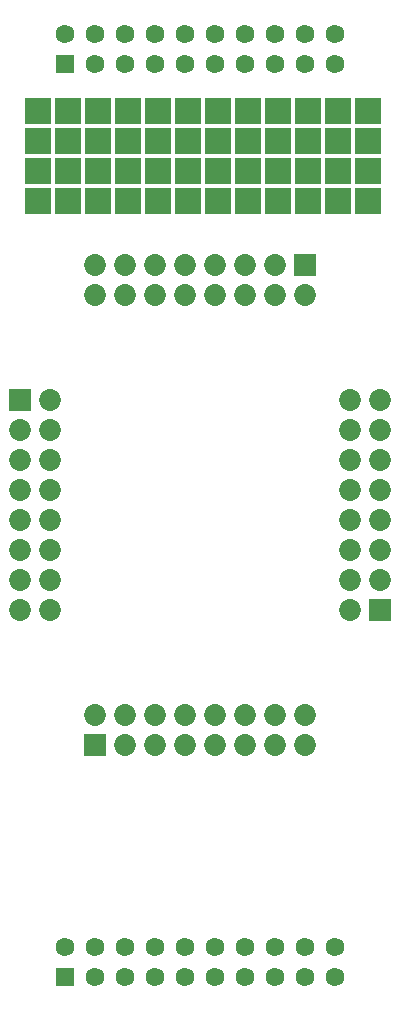
<source format=gbr>
%TF.GenerationSoftware,Altium Limited,Altium Designer,23.4.1 (23)*%
G04 Layer_Color=16711935*
%FSLAX45Y45*%
%MOMM*%
%TF.SameCoordinates,FC7CEE8C-9C91-443A-B6C4-03D5C87B0654*%
%TF.FilePolarity,Negative*%
%TF.FileFunction,Soldermask,Bot*%
%TF.Part,Single*%
G01*
G75*
%TA.AperFunction,ComponentPad*%
%ADD30C,1.85320*%
%ADD31R,1.85320X1.85320*%
%ADD32R,1.85320X1.85320*%
%TA.AperFunction,ViaPad*%
%ADD33R,2.20320X2.20320*%
%TA.AperFunction,ComponentPad*%
%ADD34R,1.59320X1.59320*%
%ADD35C,1.59320*%
D30*
X2539000Y2721000D02*
D03*
Y2467000D02*
D03*
X2285000Y2721000D02*
D03*
Y2467000D02*
D03*
X2031000Y2721000D02*
D03*
Y2467000D02*
D03*
X1777000Y2721000D02*
D03*
Y2467000D02*
D03*
X1523000Y2721000D02*
D03*
Y2467000D02*
D03*
X1269000Y2721000D02*
D03*
Y2467000D02*
D03*
X1015000Y2721000D02*
D03*
Y2467000D02*
D03*
X761000Y2721000D02*
D03*
X2919000Y5389000D02*
D03*
X3173000D02*
D03*
X2919000Y5135000D02*
D03*
X3173000D02*
D03*
X2919000Y4881000D02*
D03*
X3173000D02*
D03*
X2919000Y4627000D02*
D03*
X3173000D02*
D03*
X2919000Y4373000D02*
D03*
X3173000D02*
D03*
X2919000Y4119000D02*
D03*
X3173000D02*
D03*
X2919000Y3865000D02*
D03*
X3173000D02*
D03*
X2919000Y3611000D02*
D03*
X381000D02*
D03*
X127000D02*
D03*
X381000Y3865000D02*
D03*
X127000D02*
D03*
X381000Y4119000D02*
D03*
X127000D02*
D03*
X381000Y4373000D02*
D03*
X127000D02*
D03*
X381000Y4627000D02*
D03*
X127000D02*
D03*
X381000Y4881000D02*
D03*
X127000D02*
D03*
X381000Y5135000D02*
D03*
X127000D02*
D03*
X381000Y5389000D02*
D03*
X761000Y6278000D02*
D03*
Y6532000D02*
D03*
X1015000Y6278000D02*
D03*
Y6532000D02*
D03*
X1269000Y6278000D02*
D03*
Y6532000D02*
D03*
X1523000Y6278000D02*
D03*
Y6532000D02*
D03*
X1777000Y6278000D02*
D03*
Y6532000D02*
D03*
X2031000Y6278000D02*
D03*
Y6532000D02*
D03*
X2285000Y6278000D02*
D03*
Y6532000D02*
D03*
X2539000Y6278000D02*
D03*
D31*
X761000Y2467000D02*
D03*
X2539000Y6532000D02*
D03*
D32*
X3173000Y3611000D02*
D03*
X127000Y5389000D02*
D03*
D33*
X279400Y7835900D02*
D03*
Y7581900D02*
D03*
X533400D02*
D03*
Y7835900D02*
D03*
X1041400D02*
D03*
Y7581900D02*
D03*
X787400D02*
D03*
Y7835900D02*
D03*
X1803400D02*
D03*
Y7581900D02*
D03*
X2057400D02*
D03*
Y7835900D02*
D03*
X1549400D02*
D03*
Y7581900D02*
D03*
X1295400D02*
D03*
Y7835900D02*
D03*
X2819400D02*
D03*
Y7581900D02*
D03*
X3073400D02*
D03*
Y7835900D02*
D03*
X2565400D02*
D03*
Y7581900D02*
D03*
X2311400D02*
D03*
Y7835900D02*
D03*
X2565400Y7327900D02*
D03*
Y7073900D02*
D03*
X2311400D02*
D03*
Y7327900D02*
D03*
X2819400D02*
D03*
Y7073900D02*
D03*
X3073400D02*
D03*
Y7327900D02*
D03*
X279400Y7073900D02*
D03*
X1549400Y7327900D02*
D03*
Y7073900D02*
D03*
X1803400Y7327900D02*
D03*
Y7073900D02*
D03*
X2057400D02*
D03*
Y7327900D02*
D03*
X1295400D02*
D03*
X787400Y7073900D02*
D03*
X533400D02*
D03*
X787400Y7327900D02*
D03*
X533400D02*
D03*
X1041400D02*
D03*
X279400D02*
D03*
X1295400Y7073900D02*
D03*
X1041400D02*
D03*
D34*
X508000Y8238000D02*
D03*
Y508000D02*
D03*
D35*
Y8492000D02*
D03*
X762000Y8238000D02*
D03*
Y8492000D02*
D03*
X1016000Y8238000D02*
D03*
Y8492000D02*
D03*
X1270000Y8238000D02*
D03*
Y8492000D02*
D03*
X1524000Y8238000D02*
D03*
Y8492000D02*
D03*
X1778000Y8238000D02*
D03*
Y8492000D02*
D03*
X2032000Y8238000D02*
D03*
Y8492000D02*
D03*
X2286000Y8238000D02*
D03*
Y8492000D02*
D03*
X2540000Y8238000D02*
D03*
Y8492000D02*
D03*
X2794000Y8238000D02*
D03*
Y8492000D02*
D03*
X508000Y762000D02*
D03*
X762000Y508000D02*
D03*
Y762000D02*
D03*
X1016000Y508000D02*
D03*
Y762000D02*
D03*
X1270000Y508000D02*
D03*
Y762000D02*
D03*
X1524000Y508000D02*
D03*
Y762000D02*
D03*
X1778000Y508000D02*
D03*
Y762000D02*
D03*
X2032000Y508000D02*
D03*
Y762000D02*
D03*
X2286000Y508000D02*
D03*
Y762000D02*
D03*
X2540000Y508000D02*
D03*
Y762000D02*
D03*
X2794000Y508000D02*
D03*
Y762000D02*
D03*
%TF.MD5,a092ebc8c9ff54b4a7f7aa537a4b8cd5*%
M02*

</source>
